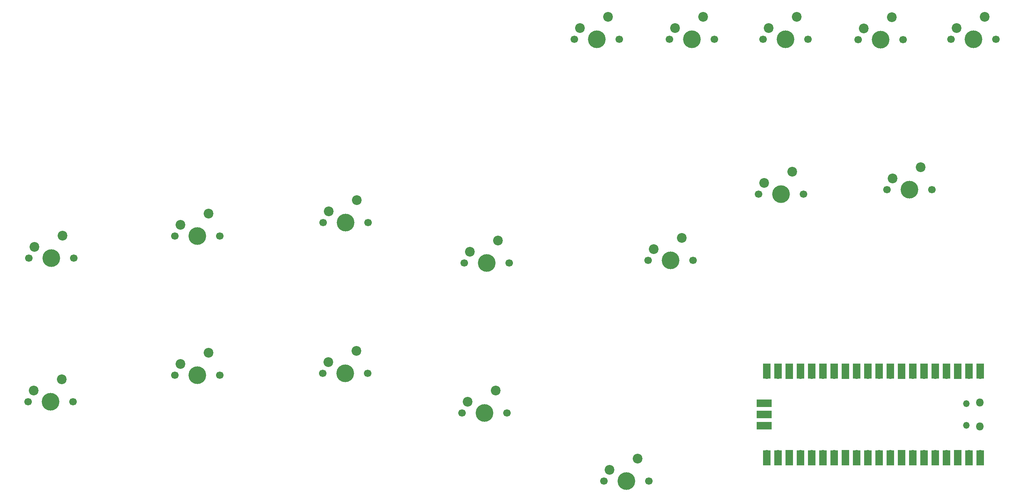
<source format=gbr>
%TF.GenerationSoftware,KiCad,Pcbnew,8.0.5*%
%TF.CreationDate,2024-10-12T18:26:30-04:00*%
%TF.ProjectId,MicrocontrollerMount,4d696372-6f63-46f6-9e74-726f6c6c6572,rev?*%
%TF.SameCoordinates,Original*%
%TF.FileFunction,Soldermask,Top*%
%TF.FilePolarity,Negative*%
%FSLAX46Y46*%
G04 Gerber Fmt 4.6, Leading zero omitted, Abs format (unit mm)*
G04 Created by KiCad (PCBNEW 8.0.5) date 2024-10-12 18:26:30*
%MOMM*%
%LPD*%
G01*
G04 APERTURE LIST*
%ADD10C,2.200000*%
%ADD11C,1.700000*%
%ADD12C,4.000000*%
%ADD13O,1.800000X1.800000*%
%ADD14O,1.500000X1.500000*%
%ADD15O,1.700000X1.700000*%
%ADD16R,1.700000X3.500000*%
%ADD17R,1.700000X1.700000*%
%ADD18R,3.500000X1.700000*%
G04 APERTURE END LIST*
D10*
%TO.C,X1*%
X138610000Y-87680000D03*
X144960000Y-85140000D03*
D11*
X147500000Y-90220000D03*
D12*
X142420000Y-90220000D03*
D11*
X137340000Y-90220000D03*
%TD*%
D10*
%TO.C,GUIDE1*%
X163460000Y-37100000D03*
X169810000Y-34560000D03*
D11*
X172350000Y-39640000D03*
D12*
X167270000Y-39640000D03*
D11*
X162190000Y-39640000D03*
%TD*%
D10*
%TO.C,SWL3*%
X206150000Y-37100000D03*
X212500000Y-34560000D03*
D11*
X215040000Y-39640000D03*
D12*
X209960000Y-39640000D03*
D11*
X204880000Y-39640000D03*
%TD*%
D10*
%TO.C,LT1*%
X39960000Y-119140000D03*
X46310000Y-116600000D03*
D11*
X48850000Y-121680000D03*
D12*
X43770000Y-121680000D03*
D11*
X38690000Y-121680000D03*
%TD*%
D10*
%TO.C,B1*%
X106610000Y-112680000D03*
X112960000Y-110140000D03*
D11*
X115500000Y-115220000D03*
D12*
X110420000Y-115220000D03*
D11*
X105340000Y-115220000D03*
%TD*%
D10*
%TO.C,SWR3*%
X184960000Y-37100000D03*
X191310000Y-34560000D03*
D11*
X193850000Y-39640000D03*
D12*
X188770000Y-39640000D03*
D11*
X183690000Y-39640000D03*
%TD*%
D10*
%TO.C,UP1*%
X170150000Y-137100000D03*
X176500000Y-134560000D03*
D11*
X179040000Y-139640000D03*
D12*
X173960000Y-139640000D03*
D11*
X168880000Y-139640000D03*
%TD*%
D10*
%TO.C,RIGHT1*%
X234150000Y-71100000D03*
X240500000Y-68560000D03*
D11*
X243040000Y-73640000D03*
D12*
X237960000Y-73640000D03*
D11*
X232880000Y-73640000D03*
%TD*%
D10*
%TO.C,LB1*%
X40150000Y-86600000D03*
X46500000Y-84060000D03*
D11*
X49040000Y-89140000D03*
D12*
X43960000Y-89140000D03*
D11*
X38880000Y-89140000D03*
%TD*%
%TO.C,LEFT1*%
X178880000Y-89640000D03*
D12*
X183960000Y-89640000D03*
D11*
X189040000Y-89640000D03*
D10*
X186500000Y-84560000D03*
X180150000Y-87100000D03*
%TD*%
%TO.C,A1*%
X138110000Y-121680000D03*
X144460000Y-119140000D03*
D11*
X147000000Y-124220000D03*
D12*
X141920000Y-124220000D03*
D11*
X136840000Y-124220000D03*
%TD*%
D13*
%TO.C,U1*%
X253890000Y-121805000D03*
D14*
X250860000Y-122105000D03*
X250860000Y-126955000D03*
D13*
X253890000Y-127255000D03*
D15*
X254020000Y-115640000D03*
D16*
X254020000Y-114740000D03*
D15*
X251480000Y-115640000D03*
D16*
X251480000Y-114740000D03*
D17*
X248940000Y-115640000D03*
D16*
X248940000Y-114740000D03*
D15*
X246400000Y-115640000D03*
D16*
X246400000Y-114740000D03*
D15*
X243860000Y-115640000D03*
D16*
X243860000Y-114740000D03*
D15*
X241320000Y-115640000D03*
D16*
X241320000Y-114740000D03*
D15*
X238780000Y-115640000D03*
D16*
X238780000Y-114740000D03*
D17*
X236240000Y-115640000D03*
D16*
X236240000Y-114740000D03*
D15*
X233700000Y-115640000D03*
D16*
X233700000Y-114740000D03*
D15*
X231160000Y-115640000D03*
D16*
X231160000Y-114740000D03*
D15*
X228620000Y-115640000D03*
D16*
X228620000Y-114740000D03*
D15*
X226080000Y-115640000D03*
D16*
X226080000Y-114740000D03*
D17*
X223540000Y-115640000D03*
D16*
X223540000Y-114740000D03*
D15*
X221000000Y-115640000D03*
D16*
X221000000Y-114740000D03*
D15*
X218460000Y-115640000D03*
D16*
X218460000Y-114740000D03*
D15*
X215920000Y-115640000D03*
D16*
X215920000Y-114740000D03*
D15*
X213380000Y-115640000D03*
D16*
X213380000Y-114740000D03*
D17*
X210840000Y-115640000D03*
D16*
X210840000Y-114740000D03*
D15*
X208300000Y-115640000D03*
D16*
X208300000Y-114740000D03*
D15*
X205760000Y-115640000D03*
D16*
X205760000Y-114740000D03*
D15*
X205760000Y-133420000D03*
D16*
X205760000Y-134320000D03*
D15*
X208300000Y-133420000D03*
D16*
X208300000Y-134320000D03*
D17*
X210840000Y-133420000D03*
D16*
X210840000Y-134320000D03*
D15*
X213380000Y-133420000D03*
D16*
X213380000Y-134320000D03*
D15*
X215920000Y-133420000D03*
D16*
X215920000Y-134320000D03*
D15*
X218460000Y-133420000D03*
D16*
X218460000Y-134320000D03*
D15*
X221000000Y-133420000D03*
D16*
X221000000Y-134320000D03*
D17*
X223540000Y-133420000D03*
D16*
X223540000Y-134320000D03*
D15*
X226080000Y-133420000D03*
D16*
X226080000Y-134320000D03*
D15*
X228620000Y-133420000D03*
D16*
X228620000Y-134320000D03*
D15*
X231160000Y-133420000D03*
D16*
X231160000Y-134320000D03*
D15*
X233700000Y-133420000D03*
D16*
X233700000Y-134320000D03*
D17*
X236240000Y-133420000D03*
D16*
X236240000Y-134320000D03*
D15*
X238780000Y-133420000D03*
D16*
X238780000Y-134320000D03*
D15*
X241320000Y-133420000D03*
D16*
X241320000Y-134320000D03*
D15*
X243860000Y-133420000D03*
D16*
X243860000Y-134320000D03*
D15*
X246400000Y-133420000D03*
D16*
X246400000Y-134320000D03*
D17*
X248940000Y-133420000D03*
D16*
X248940000Y-134320000D03*
D15*
X251480000Y-133420000D03*
D16*
X251480000Y-134320000D03*
D15*
X254020000Y-133420000D03*
D16*
X254020000Y-134320000D03*
D15*
X205990000Y-121990000D03*
D18*
X205090000Y-121990000D03*
D17*
X205990000Y-124530000D03*
D18*
X205090000Y-124530000D03*
D15*
X205990000Y-127070000D03*
D18*
X205090000Y-127070000D03*
%TD*%
D11*
%TO.C,DOWN1*%
X203880000Y-74640000D03*
D12*
X208960000Y-74640000D03*
D11*
X214040000Y-74640000D03*
D10*
X211500000Y-69560000D03*
X205150000Y-72100000D03*
%TD*%
%TO.C,BACK1*%
X248650000Y-37060000D03*
X255000000Y-34520000D03*
D11*
X257540000Y-39600000D03*
D12*
X252460000Y-39600000D03*
D11*
X247380000Y-39600000D03*
%TD*%
D10*
%TO.C,RB1*%
X73150000Y-81600000D03*
X79500000Y-79060000D03*
D11*
X82040000Y-84140000D03*
D12*
X76960000Y-84140000D03*
D11*
X71880000Y-84140000D03*
%TD*%
D10*
%TO.C,Y1*%
X106650000Y-78600000D03*
X113000000Y-76060000D03*
D11*
X115540000Y-81140000D03*
D12*
X110460000Y-81140000D03*
D11*
X105380000Y-81140000D03*
%TD*%
D10*
%TO.C,RT1*%
X73150000Y-113100000D03*
X79500000Y-110560000D03*
D11*
X82040000Y-115640000D03*
D12*
X76960000Y-115640000D03*
D11*
X71880000Y-115640000D03*
%TD*%
D10*
%TO.C,START1*%
X227610000Y-37140000D03*
X233960000Y-34600000D03*
D11*
X236500000Y-39680000D03*
D12*
X231420000Y-39680000D03*
D11*
X226340000Y-39680000D03*
%TD*%
M02*

</source>
